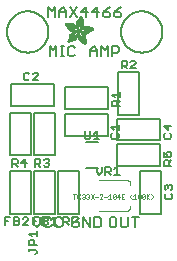
<source format=gbr>
G04 EAGLE Gerber RS-274X export*
G75*
%MOMM*%
%FSLAX34Y34*%
%LPD*%
%INSilkscreen Top*%
%IPPOS*%
%AMOC8*
5,1,8,0,0,1.08239X$1,22.5*%
G01*
%ADD10C,0.152400*%
%ADD11C,0.203200*%
%ADD12C,0.050000*%
%ADD13C,0.050800*%
%ADD14R,0.034300X0.003800*%
%ADD15R,0.057200X0.003800*%
%ADD16R,0.076200X0.003800*%
%ADD17R,0.091400X0.003800*%
%ADD18R,0.102900X0.003800*%
%ADD19R,0.114300X0.003900*%
%ADD20R,0.129500X0.003800*%
%ADD21R,0.137200X0.003800*%
%ADD22R,0.144800X0.003800*%
%ADD23R,0.152400X0.003800*%
%ADD24R,0.160000X0.003800*%
%ADD25R,0.171500X0.003800*%
%ADD26R,0.175300X0.003800*%
%ADD27R,0.182900X0.003800*%
%ADD28R,0.190500X0.003800*%
%ADD29R,0.194300X0.003900*%
%ADD30R,0.201900X0.003800*%
%ADD31R,0.209500X0.003800*%
%ADD32R,0.213400X0.003800*%
%ADD33R,0.221000X0.003800*%
%ADD34R,0.224800X0.003800*%
%ADD35R,0.232400X0.003800*%
%ADD36R,0.240000X0.003800*%
%ADD37R,0.243800X0.003800*%
%ADD38R,0.247600X0.003800*%
%ADD39R,0.255300X0.003900*%
%ADD40R,0.259100X0.003800*%
%ADD41R,0.262900X0.003800*%
%ADD42R,0.270500X0.003800*%
%ADD43R,0.274300X0.003800*%
%ADD44R,0.281900X0.003800*%
%ADD45R,0.285700X0.003800*%
%ADD46R,0.289500X0.003800*%
%ADD47R,0.297200X0.003800*%
%ADD48R,0.301000X0.003800*%
%ADD49R,0.304800X0.003900*%
%ADD50R,0.312400X0.003800*%
%ADD51R,0.316200X0.003800*%
%ADD52R,0.320000X0.003800*%
%ADD53R,0.327600X0.003800*%
%ADD54R,0.331500X0.003800*%
%ADD55R,0.339100X0.003800*%
%ADD56R,0.342900X0.003800*%
%ADD57R,0.346700X0.003800*%
%ADD58R,0.354300X0.003800*%
%ADD59R,0.358100X0.003900*%
%ADD60R,0.361900X0.003800*%
%ADD61R,0.369600X0.003800*%
%ADD62R,0.373400X0.003800*%
%ADD63R,0.377200X0.003800*%
%ADD64R,0.384800X0.003800*%
%ADD65R,0.388600X0.003800*%
%ADD66R,0.396200X0.003800*%
%ADD67R,0.400000X0.003800*%
%ADD68R,0.403800X0.003800*%
%ADD69R,0.411500X0.003900*%
%ADD70R,0.415300X0.003800*%
%ADD71R,0.419100X0.003800*%
%ADD72R,0.045700X0.003800*%
%ADD73R,0.426700X0.003800*%
%ADD74R,0.072400X0.003800*%
%ADD75R,0.430500X0.003800*%
%ADD76R,0.095300X0.003800*%
%ADD77R,0.438100X0.003800*%
%ADD78R,0.110500X0.003800*%
%ADD79R,0.441900X0.003800*%
%ADD80R,0.445800X0.003800*%
%ADD81R,0.144700X0.003800*%
%ADD82R,0.453400X0.003800*%
%ADD83R,0.457200X0.003800*%
%ADD84R,0.175300X0.003900*%
%ADD85R,0.461000X0.003900*%
%ADD86R,0.468600X0.003800*%
%ADD87R,0.205800X0.003800*%
%ADD88R,0.472400X0.003800*%
%ADD89R,0.217200X0.003800*%
%ADD90R,0.476200X0.003800*%
%ADD91R,0.483900X0.003800*%
%ADD92R,0.247700X0.003800*%
%ADD93R,0.487700X0.003800*%
%ADD94R,0.495300X0.003800*%
%ADD95R,0.499100X0.003800*%
%ADD96R,0.502900X0.003800*%
%ADD97R,0.510500X0.003800*%
%ADD98R,0.308600X0.003900*%
%ADD99R,0.514300X0.003900*%
%ADD100R,0.323800X0.003800*%
%ADD101R,0.518100X0.003800*%
%ADD102R,0.335300X0.003800*%
%ADD103R,0.525800X0.003800*%
%ADD104R,0.529600X0.003800*%
%ADD105R,0.358100X0.003800*%
%ADD106R,0.533400X0.003800*%
%ADD107R,0.537200X0.003800*%
%ADD108R,0.381000X0.003800*%
%ADD109R,0.544800X0.003800*%
%ADD110R,0.392400X0.003800*%
%ADD111R,0.548600X0.003800*%
%ADD112R,0.552400X0.003800*%
%ADD113R,0.556200X0.003800*%
%ADD114R,0.422900X0.003900*%
%ADD115R,0.560100X0.003900*%
%ADD116R,0.434300X0.003800*%
%ADD117R,0.563900X0.003800*%
%ADD118R,0.567700X0.003800*%
%ADD119R,0.461000X0.003800*%
%ADD120R,0.571500X0.003800*%
%ADD121R,0.575300X0.003800*%
%ADD122R,0.480100X0.003800*%
%ADD123R,0.579100X0.003800*%
%ADD124R,0.491500X0.003800*%
%ADD125R,0.582900X0.003800*%
%ADD126R,0.586700X0.003800*%
%ADD127R,0.510600X0.003800*%
%ADD128R,0.590500X0.003800*%
%ADD129R,0.522000X0.003800*%
%ADD130R,0.594300X0.003800*%
%ADD131R,0.533400X0.003900*%
%ADD132R,0.598200X0.003900*%
%ADD133R,0.541000X0.003800*%
%ADD134R,0.602000X0.003800*%
%ADD135R,0.552500X0.003800*%
%ADD136R,0.605800X0.003800*%
%ADD137R,0.560100X0.003800*%
%ADD138R,0.609600X0.003800*%
%ADD139R,0.613400X0.003800*%
%ADD140R,0.583000X0.003800*%
%ADD141R,0.617200X0.003800*%
%ADD142R,0.594400X0.003800*%
%ADD143R,0.621000X0.003800*%
%ADD144R,0.598200X0.003800*%
%ADD145R,0.624800X0.003800*%
%ADD146R,0.613500X0.003900*%
%ADD147R,0.628600X0.003900*%
%ADD148R,0.632400X0.003800*%
%ADD149R,0.628600X0.003800*%
%ADD150R,0.636300X0.003800*%
%ADD151R,0.640100X0.003800*%
%ADD152R,0.636200X0.003800*%
%ADD153R,0.643900X0.003800*%
%ADD154R,0.647700X0.003800*%
%ADD155R,0.651500X0.003800*%
%ADD156R,0.659100X0.003800*%
%ADD157R,0.659100X0.003900*%
%ADD158R,0.655300X0.003900*%
%ADD159R,0.662900X0.003800*%
%ADD160R,0.655300X0.003800*%
%ADD161R,0.670500X0.003800*%
%ADD162R,0.670600X0.003800*%
%ADD163R,0.674400X0.003800*%
%ADD164R,0.682000X0.003800*%
%ADD165R,0.666700X0.003800*%
%ADD166R,0.685800X0.003800*%
%ADD167R,0.689600X0.003800*%
%ADD168R,0.693400X0.003900*%
%ADD169R,0.674400X0.003900*%
%ADD170R,0.697200X0.003800*%
%ADD171R,0.678200X0.003800*%
%ADD172R,0.697300X0.003800*%
%ADD173R,0.701100X0.003800*%
%ADD174R,0.704900X0.003800*%
%ADD175R,0.708700X0.003800*%
%ADD176R,0.712500X0.003800*%
%ADD177R,0.716300X0.003800*%
%ADD178R,0.720100X0.003900*%
%ADD179R,0.689600X0.003900*%
%ADD180R,0.720000X0.003800*%
%ADD181R,0.693400X0.003800*%
%ADD182R,0.723900X0.003800*%
%ADD183R,0.727700X0.003800*%
%ADD184R,0.731500X0.003800*%
%ADD185R,0.701000X0.003800*%
%ADD186R,0.735300X0.003800*%
%ADD187R,0.731500X0.003900*%
%ADD188R,0.701000X0.003900*%
%ADD189R,0.704800X0.003800*%
%ADD190R,0.739100X0.003800*%
%ADD191R,0.743000X0.003800*%
%ADD192R,0.739200X0.003800*%
%ADD193R,0.743000X0.003900*%
%ADD194R,0.704800X0.003900*%
%ADD195R,0.746800X0.003800*%
%ADD196R,0.746800X0.003900*%
%ADD197R,0.742900X0.003800*%
%ADD198R,0.746700X0.003800*%
%ADD199R,0.746700X0.003900*%
%ADD200R,1.428800X0.003800*%
%ADD201R,1.424900X0.003800*%
%ADD202R,1.421100X0.003900*%
%ADD203R,1.421100X0.003800*%
%ADD204R,1.417300X0.003800*%
%ADD205R,1.413500X0.003800*%
%ADD206R,1.409700X0.003800*%
%ADD207R,1.405900X0.003800*%
%ADD208R,1.402100X0.003800*%
%ADD209R,1.398300X0.003800*%
%ADD210R,0.983000X0.003900*%
%ADD211R,0.384800X0.003900*%
%ADD212R,0.971600X0.003800*%
%ADD213R,0.963900X0.003800*%
%ADD214R,0.956300X0.003800*%
%ADD215R,0.365800X0.003800*%
%ADD216R,0.952500X0.003800*%
%ADD217R,0.941000X0.003800*%
%ADD218R,0.358200X0.003800*%
%ADD219R,0.937200X0.003800*%
%ADD220R,0.933400X0.003800*%
%ADD221R,0.354400X0.003800*%
%ADD222R,0.925800X0.003800*%
%ADD223R,0.350500X0.003800*%
%ADD224R,0.922000X0.003800*%
%ADD225R,0.918200X0.003900*%
%ADD226R,0.346700X0.003900*%
%ADD227R,0.910600X0.003800*%
%ADD228R,0.906800X0.003800*%
%ADD229R,0.903000X0.003800*%
%ADD230R,0.339000X0.003800*%
%ADD231R,0.895300X0.003800*%
%ADD232R,0.335200X0.003800*%
%ADD233R,0.887700X0.003800*%
%ADD234R,0.883900X0.003800*%
%ADD235R,0.331400X0.003800*%
%ADD236R,0.880100X0.003800*%
%ADD237R,0.876300X0.003800*%
%ADD238R,0.468600X0.003900*%
%ADD239R,0.396200X0.003900*%
%ADD240R,0.323800X0.003900*%
%ADD241R,0.449600X0.003800*%
%ADD242R,0.323900X0.003800*%
%ADD243R,0.442000X0.003800*%
%ADD244R,0.434400X0.003800*%
%ADD245R,0.320100X0.003800*%
%ADD246R,0.316300X0.003800*%
%ADD247R,0.426800X0.003800*%
%ADD248R,0.327700X0.003800*%
%ADD249R,0.312500X0.003800*%
%ADD250R,0.422900X0.003800*%
%ADD251R,0.308600X0.003800*%
%ADD252R,0.293400X0.003800*%
%ADD253R,0.304800X0.003800*%
%ADD254R,0.419100X0.003900*%
%ADD255R,0.285700X0.003900*%
%ADD256R,0.301000X0.003900*%
%ADD257R,0.411500X0.003800*%
%ADD258R,0.407700X0.003800*%
%ADD259R,0.289600X0.003800*%
%ADD260R,0.285800X0.003800*%
%ADD261R,0.403900X0.003800*%
%ADD262R,0.228600X0.003800*%
%ADD263R,0.403900X0.003900*%
%ADD264R,0.221000X0.003900*%
%ADD265R,0.278100X0.003900*%
%ADD266R,0.400100X0.003800*%
%ADD267R,0.209600X0.003800*%
%ADD268R,0.266700X0.003800*%
%ADD269R,0.038100X0.003800*%
%ADD270R,0.194300X0.003800*%
%ADD271R,0.148600X0.003800*%
%ADD272R,0.259000X0.003800*%
%ADD273R,0.182800X0.003800*%
%ADD274R,0.186700X0.003800*%
%ADD275R,0.251400X0.003800*%
%ADD276R,0.179100X0.003800*%
%ADD277R,0.236200X0.003800*%
%ADD278R,0.243900X0.003900*%
%ADD279R,0.282000X0.003900*%
%ADD280R,0.167700X0.003800*%
%ADD281R,0.236300X0.003800*%
%ADD282R,0.396300X0.003800*%
%ADD283R,0.163900X0.003800*%
%ADD284R,0.392500X0.003800*%
%ADD285R,0.160100X0.003800*%
%ADD286R,0.586800X0.003800*%
%ADD287R,0.148500X0.003800*%
%ADD288R,0.140900X0.003800*%
%ADD289R,0.392400X0.003900*%
%ADD290R,0.140900X0.003900*%
%ADD291R,0.647700X0.003900*%
%ADD292R,0.133300X0.003800*%
%ADD293R,0.674300X0.003800*%
%ADD294R,0.388700X0.003800*%
%ADD295R,0.125700X0.003800*%
%ADD296R,0.121900X0.003800*%
%ADD297R,0.720100X0.003800*%
%ADD298R,0.118100X0.003800*%
%ADD299R,0.118100X0.003900*%
%ADD300R,0.739100X0.003900*%
%ADD301R,0.114300X0.003800*%
%ADD302R,0.754400X0.003800*%
%ADD303R,0.765800X0.003800*%
%ADD304R,0.773400X0.003800*%
%ADD305R,0.784800X0.003800*%
%ADD306R,0.118200X0.003800*%
%ADD307R,0.792500X0.003800*%
%ADD308R,0.803900X0.003800*%
%ADD309R,0.122000X0.003800*%
%ADD310R,0.815400X0.003800*%
%ADD311R,0.125800X0.003800*%
%ADD312R,0.826800X0.003800*%
%ADD313R,0.369500X0.003900*%
%ADD314R,0.133400X0.003900*%
%ADD315R,0.842000X0.003900*%
%ADD316R,0.365700X0.003800*%
%ADD317R,1.009700X0.003800*%
%ADD318R,1.013500X0.003800*%
%ADD319R,0.362000X0.003800*%
%ADD320R,1.024900X0.003800*%
%ADD321R,1.028700X0.003800*%
%ADD322R,1.036300X0.003800*%
%ADD323R,1.047800X0.003800*%
%ADD324R,1.055400X0.003800*%
%ADD325R,1.070600X0.003800*%
%ADD326R,0.030500X0.003800*%
%ADD327R,1.436400X0.003800*%
%ADD328R,1.562100X0.003900*%
%ADD329R,1.588700X0.003800*%
%ADD330R,1.607800X0.003800*%
%ADD331R,1.626900X0.003800*%
%ADD332R,1.642100X0.003800*%
%ADD333R,1.657400X0.003800*%
%ADD334R,1.676400X0.003800*%
%ADD335R,1.687800X0.003800*%
%ADD336R,1.703000X0.003800*%
%ADD337R,1.714500X0.003800*%
%ADD338R,1.726000X0.003900*%
%ADD339R,1.741200X0.003800*%
%ADD340R,0.914400X0.003800*%
%ADD341R,0.769600X0.003800*%
%ADD342R,0.884000X0.003800*%
%ADD343R,0.712400X0.003800*%
%ADD344R,0.880100X0.003900*%
%ADD345R,0.887800X0.003800*%
%ADD346R,0.891600X0.003800*%
%ADD347R,0.895400X0.003800*%
%ADD348R,0.251500X0.003800*%
%ADD349R,0.579200X0.003900*%
%ADD350R,0.243900X0.003800*%
%ADD351R,0.556300X0.003800*%
%ADD352R,0.255200X0.003800*%
%ADD353R,0.529500X0.003800*%
%ADD354R,0.731600X0.003800*%
%ADD355R,0.525800X0.003900*%
%ADD356R,0.281900X0.003900*%
%ADD357R,0.735400X0.003900*%
%ADD358R,0.300900X0.003800*%
%ADD359R,0.762000X0.003800*%
%ADD360R,0.518200X0.003800*%
%ADD361R,0.350600X0.003800*%
%ADD362R,0.796300X0.003800*%
%ADD363R,0.807800X0.003800*%
%ADD364R,0.506700X0.003800*%
%ADD365R,0.849600X0.003800*%
%ADD366R,0.506700X0.003900*%
%ADD367R,1.371600X0.003900*%
%ADD368R,1.207800X0.003800*%
%ADD369R,0.503000X0.003800*%
%ADD370R,0.141000X0.003800*%
%ADD371R,1.203900X0.003800*%
%ADD372R,1.204000X0.003800*%
%ADD373R,1.200200X0.003800*%
%ADD374R,0.499100X0.003900*%
%ADD375R,0.156200X0.003900*%
%ADD376R,1.196400X0.003900*%
%ADD377R,1.196400X0.003800*%
%ADD378R,0.163800X0.003800*%
%ADD379R,0.167600X0.003800*%
%ADD380R,1.192500X0.003800*%
%ADD381R,0.499200X0.003800*%
%ADD382R,1.188700X0.003800*%
%ADD383R,0.506800X0.003800*%
%ADD384R,1.184900X0.003800*%
%ADD385R,0.510600X0.003900*%
%ADD386R,0.209600X0.003900*%
%ADD387R,1.181100X0.003900*%
%ADD388R,0.514400X0.003800*%
%ADD389R,1.181100X0.003800*%
%ADD390R,1.177300X0.003800*%
%ADD391R,0.240100X0.003800*%
%ADD392R,1.173500X0.003800*%
%ADD393R,1.169700X0.003800*%
%ADD394R,1.165900X0.003800*%
%ADD395R,1.162100X0.003800*%
%ADD396R,0.929700X0.003900*%
%ADD397R,1.162100X0.003900*%
%ADD398R,0.929700X0.003800*%
%ADD399R,1.154500X0.003800*%
%ADD400R,0.933500X0.003800*%
%ADD401R,1.150600X0.003800*%
%ADD402R,0.937300X0.003800*%
%ADD403R,1.146800X0.003800*%
%ADD404R,0.941100X0.003800*%
%ADD405R,1.139200X0.003800*%
%ADD406R,0.944900X0.003800*%
%ADD407R,1.135400X0.003800*%
%ADD408R,0.948700X0.003800*%
%ADD409R,1.127800X0.003800*%
%ADD410R,1.124000X0.003800*%
%ADD411R,1.116400X0.003800*%
%ADD412R,0.956300X0.003900*%
%ADD413R,1.104900X0.003900*%
%ADD414R,0.960100X0.003800*%
%ADD415R,1.093500X0.003800*%
%ADD416R,1.085900X0.003800*%
%ADD417R,0.967800X0.003800*%
%ADD418R,1.074500X0.003800*%
%ADD419R,1.063000X0.003800*%
%ADD420R,0.975400X0.003800*%
%ADD421R,1.036400X0.003800*%
%ADD422R,0.979200X0.003800*%
%ADD423R,1.021000X0.003800*%
%ADD424R,0.983000X0.003800*%
%ADD425R,1.009600X0.003800*%
%ADD426R,0.986800X0.003800*%
%ADD427R,0.998200X0.003800*%
%ADD428R,0.990600X0.003900*%
%ADD429R,0.986700X0.003900*%
%ADD430R,0.994400X0.003800*%
%ADD431R,0.975300X0.003800*%
%ADD432R,0.948600X0.003800*%
%ADD433R,1.002000X0.003800*%
%ADD434R,0.213300X0.003800*%
%ADD435R,0.217100X0.003800*%
%ADD436R,1.017300X0.003800*%
%ADD437R,0.666800X0.003800*%
%ADD438R,0.220900X0.003800*%
%ADD439R,1.028700X0.003900*%
%ADD440R,0.224700X0.003900*%
%ADD441R,1.032500X0.003800*%
%ADD442R,1.040100X0.003800*%
%ADD443R,1.043900X0.003800*%
%ADD444R,0.548700X0.003800*%
%ADD445R,1.051500X0.003800*%
%ADD446R,1.055300X0.003800*%
%ADD447R,1.059100X0.003800*%
%ADD448R,1.062900X0.003800*%
%ADD449R,0.255300X0.003800*%
%ADD450R,1.066800X0.003900*%
%ADD451R,0.259100X0.003900*%
%ADD452R,0.457200X0.003900*%
%ADD453R,0.423000X0.003800*%
%ADD454R,1.082100X0.003800*%
%ADD455R,0.274400X0.003800*%
%ADD456R,0.278200X0.003800*%
%ADD457R,1.101100X0.003800*%
%ADD458R,0.278100X0.003800*%
%ADD459R,0.876300X0.003900*%
%ADD460R,0.236200X0.003900*%
%ADD461R,0.289600X0.003900*%
%ADD462R,0.247700X0.003900*%
%ADD463R,0.049500X0.003800*%
%ADD464R,0.640100X0.003900*%
%ADD465R,0.659200X0.003800*%
%ADD466R,0.663000X0.003800*%
%ADD467R,0.872500X0.003900*%
%ADD468R,0.666800X0.003900*%
%ADD469R,0.872500X0.003800*%
%ADD470R,0.868700X0.003800*%
%ADD471R,0.864900X0.003800*%
%ADD472R,0.861100X0.003800*%
%ADD473R,0.857300X0.003800*%
%ADD474R,0.853400X0.003800*%
%ADD475R,0.845800X0.003800*%
%ADD476R,0.682000X0.003900*%
%ADD477R,0.842000X0.003800*%
%ADD478R,0.834400X0.003800*%
%ADD479R,0.823000X0.003800*%
%ADD480R,0.815300X0.003800*%
%ADD481R,0.811500X0.003800*%
%ADD482R,0.788700X0.003800*%
%ADD483R,0.777300X0.003900*%
%ADD484R,0.750600X0.003800*%
%ADD485R,0.735400X0.003800*%
%ADD486R,0.727800X0.003800*%
%ADD487R,0.628700X0.003800*%
%ADD488R,0.575400X0.003800*%
%ADD489R,0.670600X0.003900*%
%ADD490R,0.655400X0.003800*%
%ADD491R,0.651500X0.003900*%
%ADD492R,0.624800X0.003900*%
%ADD493R,0.594400X0.003900*%
%ADD494R,0.563900X0.003900*%
%ADD495R,0.541100X0.003800*%
%ADD496R,0.537300X0.003800*%
%ADD497R,0.525700X0.003800*%
%ADD498R,0.525700X0.003900*%
%ADD499R,0.514300X0.003800*%
%ADD500R,0.480100X0.003900*%
%ADD501R,0.464800X0.003800*%
%ADD502R,0.442000X0.003900*%
%ADD503R,0.438200X0.003800*%
%ADD504R,0.430600X0.003800*%
%ADD505R,0.407600X0.003800*%
%ADD506R,0.403800X0.003900*%
%ADD507R,0.365700X0.003900*%
%ADD508R,0.327700X0.003900*%
%ADD509R,0.243800X0.003900*%
%ADD510R,0.205800X0.003900*%
%ADD511R,0.198100X0.003800*%
%ADD512R,0.163800X0.003900*%
%ADD513R,0.137100X0.003800*%
%ADD514R,0.091500X0.003900*%
%ADD515R,0.060900X0.003800*%


D10*
X26162Y36075D02*
X26162Y30313D01*
X29043Y27432D01*
X31924Y30313D01*
X31924Y36075D01*
X39839Y36075D02*
X41279Y34635D01*
X39839Y36075D02*
X36958Y36075D01*
X35517Y34635D01*
X35517Y28873D01*
X36958Y27432D01*
X39839Y27432D01*
X41279Y28873D01*
X49194Y36075D02*
X50635Y34635D01*
X49194Y36075D02*
X46313Y36075D01*
X44872Y34635D01*
X44872Y28873D01*
X46313Y27432D01*
X49194Y27432D01*
X50635Y28873D01*
X63504Y36075D02*
X64944Y34635D01*
X63504Y36075D02*
X60623Y36075D01*
X59182Y34635D01*
X59182Y28873D01*
X60623Y27432D01*
X63504Y27432D01*
X64944Y28873D01*
X64944Y31754D01*
X62063Y31754D01*
X68537Y36075D02*
X68537Y27432D01*
X74299Y27432D02*
X68537Y36075D01*
X74299Y36075D02*
X74299Y27432D01*
X77892Y27432D02*
X77892Y36075D01*
X77892Y27432D02*
X82214Y27432D01*
X83655Y28873D01*
X83655Y34635D01*
X82214Y36075D01*
X77892Y36075D01*
X92373Y36075D02*
X95254Y36075D01*
X92373Y36075D02*
X90932Y34635D01*
X90932Y28873D01*
X92373Y27432D01*
X95254Y27432D01*
X96694Y28873D01*
X96694Y34635D01*
X95254Y36075D01*
X100287Y36075D02*
X100287Y28873D01*
X101728Y27432D01*
X104609Y27432D01*
X106049Y28873D01*
X106049Y36075D01*
X112524Y36075D02*
X112524Y27432D01*
X109642Y36075D02*
X115405Y36075D01*
X38862Y205232D02*
X38862Y213875D01*
X41743Y210994D01*
X44624Y213875D01*
X44624Y205232D01*
X48217Y205232D02*
X48217Y210994D01*
X51098Y213875D01*
X53979Y210994D01*
X53979Y205232D01*
X53979Y209554D02*
X48217Y209554D01*
X57572Y213875D02*
X63335Y205232D01*
X57572Y205232D02*
X63335Y213875D01*
X71249Y213875D02*
X71249Y205232D01*
X66928Y209554D02*
X71249Y213875D01*
X72690Y209554D02*
X66928Y209554D01*
X80604Y205232D02*
X80604Y213875D01*
X76283Y209554D01*
X82045Y209554D01*
X88519Y212435D02*
X91400Y213875D01*
X88519Y212435D02*
X85638Y209554D01*
X85638Y206673D01*
X87079Y205232D01*
X89960Y205232D01*
X91400Y206673D01*
X91400Y208113D01*
X89960Y209554D01*
X85638Y209554D01*
X97874Y212435D02*
X100755Y213875D01*
X97874Y212435D02*
X94993Y209554D01*
X94993Y206673D01*
X96434Y205232D01*
X99315Y205232D01*
X100755Y206673D01*
X100755Y208113D01*
X99315Y209554D01*
X94993Y209554D01*
X40132Y180855D02*
X40132Y172212D01*
X43013Y177974D02*
X40132Y180855D01*
X43013Y177974D02*
X45894Y180855D01*
X45894Y172212D01*
X49487Y172212D02*
X52368Y172212D01*
X50928Y172212D02*
X50928Y180855D01*
X52368Y180855D02*
X49487Y180855D01*
X60046Y180855D02*
X61486Y179415D01*
X60046Y180855D02*
X57165Y180855D01*
X55724Y179415D01*
X55724Y173653D01*
X57165Y172212D01*
X60046Y172212D01*
X61486Y173653D01*
X74434Y172212D02*
X74434Y177974D01*
X77315Y180855D01*
X80197Y177974D01*
X80197Y172212D01*
X80197Y176534D02*
X74434Y176534D01*
X83790Y180855D02*
X83790Y172212D01*
X86671Y177974D02*
X83790Y180855D01*
X86671Y177974D02*
X89552Y180855D01*
X89552Y172212D01*
X93145Y172212D02*
X93145Y180855D01*
X97466Y180855D01*
X98907Y179415D01*
X98907Y176534D01*
X97466Y175093D01*
X93145Y175093D01*
D11*
X81200Y77900D02*
X71200Y77900D01*
X71200Y99900D02*
X81200Y99900D01*
D10*
X70184Y103426D02*
X70184Y108934D01*
X70184Y103426D02*
X71285Y102324D01*
X73489Y102324D01*
X74590Y103426D01*
X74590Y108934D01*
X77668Y106730D02*
X79871Y108934D01*
X79871Y102324D01*
X77668Y102324D02*
X82074Y102324D01*
D11*
X44560Y75150D02*
X26560Y75150D01*
X44560Y75150D02*
X44560Y39150D01*
X26560Y39150D01*
X26560Y75150D01*
D10*
X26570Y36074D02*
X26570Y29464D01*
X26570Y36074D02*
X30976Y36074D01*
X28773Y32769D02*
X26570Y32769D01*
X34054Y29464D02*
X34054Y36074D01*
X37359Y36074D01*
X38460Y34972D01*
X38460Y33870D01*
X37359Y32769D01*
X38460Y31667D01*
X38460Y30566D01*
X37359Y29464D01*
X34054Y29464D01*
X34054Y32769D02*
X37359Y32769D01*
X41538Y33870D02*
X43741Y36074D01*
X43741Y29464D01*
X41538Y29464D02*
X45944Y29464D01*
D11*
X24240Y39150D02*
X6240Y39150D01*
X6240Y75150D01*
X24240Y75150D01*
X24240Y39150D01*
D10*
X2440Y36074D02*
X2440Y29464D01*
X2440Y36074D02*
X6846Y36074D01*
X4643Y32769D02*
X2440Y32769D01*
X9924Y29464D02*
X9924Y36074D01*
X13229Y36074D01*
X14330Y34972D01*
X14330Y33870D01*
X13229Y32769D01*
X14330Y31667D01*
X14330Y30566D01*
X13229Y29464D01*
X9924Y29464D01*
X9924Y32769D02*
X13229Y32769D01*
X17408Y29464D02*
X21814Y29464D01*
X17408Y29464D02*
X21814Y33870D01*
X21814Y34972D01*
X20713Y36074D01*
X18509Y36074D01*
X17408Y34972D01*
D11*
X89120Y128160D02*
X89120Y146160D01*
X89120Y128160D02*
X53120Y128160D01*
X53120Y146160D01*
X89120Y146160D01*
D10*
X92958Y130302D02*
X99568Y130302D01*
X92958Y130302D02*
X92958Y133607D01*
X94060Y134708D01*
X96263Y134708D01*
X97365Y133607D01*
X97365Y130302D01*
X97365Y132505D02*
X99568Y134708D01*
X95162Y137786D02*
X92958Y139989D01*
X99568Y139989D01*
X99568Y137786D02*
X99568Y142193D01*
D11*
X97680Y122970D02*
X115680Y122970D01*
X97680Y122970D02*
X97680Y158970D01*
X115680Y158970D01*
X115680Y122970D01*
D10*
X101092Y162052D02*
X101092Y168662D01*
X104397Y168662D01*
X105498Y167560D01*
X105498Y165357D01*
X104397Y164255D01*
X101092Y164255D01*
X103295Y164255D02*
X105498Y162052D01*
X108576Y162052D02*
X112983Y162052D01*
X112983Y166458D02*
X108576Y162052D01*
X112983Y166458D02*
X112983Y167560D01*
X111881Y168662D01*
X109678Y168662D01*
X108576Y167560D01*
D11*
X53120Y123300D02*
X53120Y105300D01*
X53120Y123300D02*
X89120Y123300D01*
X89120Y105300D01*
X53120Y105300D01*
D10*
X92196Y105939D02*
X93298Y107040D01*
X92196Y105939D02*
X92196Y103735D01*
X93298Y102634D01*
X97704Y102634D01*
X98806Y103735D01*
X98806Y105939D01*
X97704Y107040D01*
X94400Y110118D02*
X92196Y112321D01*
X98806Y112321D01*
X98806Y110118D02*
X98806Y114524D01*
D11*
X7400Y130700D02*
X7400Y148700D01*
X43400Y148700D01*
X43400Y130700D01*
X7400Y130700D01*
D10*
X22948Y157400D02*
X21847Y158502D01*
X19644Y158502D01*
X18542Y157400D01*
X18542Y152994D01*
X19644Y151892D01*
X21847Y151892D01*
X22948Y152994D01*
X26026Y151892D02*
X30433Y151892D01*
X30433Y156298D02*
X26026Y151892D01*
X30433Y156298D02*
X30433Y157400D01*
X29331Y158502D01*
X27128Y158502D01*
X26026Y157400D01*
D11*
X97570Y97900D02*
X97570Y79900D01*
X97570Y97900D02*
X133570Y97900D01*
X133570Y79900D01*
X97570Y79900D01*
D10*
X136646Y79774D02*
X143256Y79774D01*
X136646Y79774D02*
X136646Y83079D01*
X137748Y84180D01*
X139951Y84180D01*
X141053Y83079D01*
X141053Y79774D01*
X141053Y81977D02*
X143256Y84180D01*
X136646Y87258D02*
X136646Y91664D01*
X136646Y87258D02*
X139951Y87258D01*
X138850Y89461D01*
X138850Y90563D01*
X139951Y91664D01*
X142154Y91664D01*
X143256Y90563D01*
X143256Y88359D01*
X142154Y87258D01*
D11*
X44560Y124680D02*
X26560Y124680D01*
X44560Y124680D02*
X44560Y88680D01*
X26560Y88680D01*
X26560Y124680D01*
D10*
X27704Y85604D02*
X27704Y78994D01*
X27704Y85604D02*
X31009Y85604D01*
X32110Y84502D01*
X32110Y82299D01*
X31009Y81197D01*
X27704Y81197D01*
X29907Y81197D02*
X32110Y78994D01*
X35188Y84502D02*
X36289Y85604D01*
X38493Y85604D01*
X39594Y84502D01*
X39594Y83400D01*
X38493Y82299D01*
X37391Y82299D01*
X38493Y82299D02*
X39594Y81197D01*
X39594Y80096D01*
X38493Y78994D01*
X36289Y78994D01*
X35188Y80096D01*
D11*
X24240Y88680D02*
X6240Y88680D01*
X6240Y124680D01*
X24240Y124680D01*
X24240Y88680D01*
D10*
X8654Y85604D02*
X8654Y78994D01*
X8654Y85604D02*
X11959Y85604D01*
X13060Y84502D01*
X13060Y82299D01*
X11959Y81197D01*
X8654Y81197D01*
X10857Y81197D02*
X13060Y78994D01*
X19443Y78994D02*
X19443Y85604D01*
X16138Y82299D01*
X20544Y82299D01*
D11*
X116730Y75150D02*
X134730Y75150D01*
X134730Y39150D01*
X116730Y39150D01*
X116730Y75150D01*
D10*
X137408Y54867D02*
X138510Y55968D01*
X137408Y54867D02*
X137408Y52664D01*
X138510Y51562D01*
X142916Y51562D01*
X144018Y52664D01*
X144018Y54867D01*
X142916Y55968D01*
X138510Y59046D02*
X137408Y60148D01*
X137408Y62351D01*
X138510Y63453D01*
X139612Y63453D01*
X140713Y62351D01*
X140713Y61249D01*
X140713Y62351D02*
X141815Y63453D01*
X142916Y63453D01*
X144018Y62351D01*
X144018Y60148D01*
X142916Y59046D01*
D12*
X108210Y63610D02*
X108210Y66310D01*
X108131Y66312D01*
X108053Y66318D01*
X107975Y66327D01*
X107898Y66341D01*
X107821Y66358D01*
X107746Y66379D01*
X107671Y66404D01*
X107598Y66432D01*
X107526Y66464D01*
X107456Y66499D01*
X107387Y66538D01*
X107321Y66580D01*
X107257Y66625D01*
X107195Y66673D01*
X107136Y66724D01*
X107079Y66779D01*
X107024Y66836D01*
X106973Y66895D01*
X106925Y66957D01*
X106880Y67021D01*
X106838Y67087D01*
X106799Y67156D01*
X106764Y67226D01*
X106732Y67298D01*
X106704Y67371D01*
X106679Y67446D01*
X106658Y67521D01*
X106641Y67598D01*
X106627Y67675D01*
X106618Y67753D01*
X106612Y67831D01*
X106610Y67910D01*
X81710Y68010D01*
X108310Y45610D02*
X108310Y43110D01*
X108234Y43108D01*
X108158Y43102D01*
X108083Y43093D01*
X108008Y43079D01*
X107934Y43062D01*
X107861Y43041D01*
X107789Y43017D01*
X107718Y42988D01*
X107649Y42957D01*
X107582Y42922D01*
X107517Y42883D01*
X107453Y42841D01*
X107392Y42796D01*
X107333Y42748D01*
X107277Y42697D01*
X107223Y42643D01*
X107172Y42587D01*
X107124Y42528D01*
X107079Y42467D01*
X107037Y42403D01*
X106998Y42338D01*
X106963Y42271D01*
X106932Y42202D01*
X106903Y42131D01*
X106879Y42059D01*
X106858Y41986D01*
X106841Y41912D01*
X106827Y41837D01*
X106818Y41762D01*
X106812Y41686D01*
X106810Y41610D01*
X81810Y41510D01*
D10*
X79920Y74407D02*
X79920Y78814D01*
X79920Y74407D02*
X82123Y72204D01*
X84326Y74407D01*
X84326Y78814D01*
X87404Y78814D02*
X87404Y72204D01*
X87404Y78814D02*
X90709Y78814D01*
X91810Y77712D01*
X91810Y75509D01*
X90709Y74407D01*
X87404Y74407D01*
X89607Y74407D02*
X91810Y72204D01*
X94888Y76610D02*
X97091Y78814D01*
X97091Y72204D01*
X94888Y72204D02*
X99294Y72204D01*
D13*
X61116Y55369D02*
X61116Y51810D01*
X59929Y55369D02*
X62302Y55369D01*
X65451Y55369D02*
X66044Y54776D01*
X65451Y55369D02*
X64264Y55369D01*
X63671Y54776D01*
X63671Y52403D01*
X64264Y51810D01*
X65451Y51810D01*
X66044Y52403D01*
X67413Y54776D02*
X68007Y55369D01*
X69193Y55369D01*
X69786Y54776D01*
X69786Y54183D01*
X69193Y53590D01*
X68600Y53590D01*
X69193Y53590D02*
X69786Y52996D01*
X69786Y52403D01*
X69193Y51810D01*
X68007Y51810D01*
X67413Y52403D01*
X71155Y54776D02*
X71749Y55369D01*
X72935Y55369D01*
X73528Y54776D01*
X73528Y54183D01*
X72935Y53590D01*
X72342Y53590D01*
X72935Y53590D02*
X73528Y52996D01*
X73528Y52403D01*
X72935Y51810D01*
X71749Y51810D01*
X71155Y52403D01*
X74898Y55369D02*
X77270Y51810D01*
X74898Y51810D02*
X77270Y55369D01*
X78640Y53590D02*
X81012Y53590D01*
X82382Y51810D02*
X84754Y51810D01*
X82382Y51810D02*
X84754Y54183D01*
X84754Y54776D01*
X84161Y55369D01*
X82975Y55369D01*
X82382Y54776D01*
X86124Y53590D02*
X88496Y53590D01*
X89866Y54183D02*
X91052Y55369D01*
X91052Y51810D01*
X89866Y51810D02*
X92238Y51810D01*
X93608Y52403D02*
X93608Y54776D01*
X94201Y55369D01*
X95387Y55369D01*
X95981Y54776D01*
X95981Y52403D01*
X95387Y51810D01*
X94201Y51810D01*
X93608Y52403D01*
X95981Y54776D01*
X99129Y55369D02*
X99129Y51810D01*
X97350Y53590D02*
X99129Y55369D01*
X99723Y53590D02*
X97350Y53590D01*
X101092Y55369D02*
X103465Y55369D01*
X101092Y55369D02*
X101092Y51810D01*
X103465Y51810D01*
X102278Y53590D02*
X101092Y53590D01*
X108576Y52996D02*
X109762Y51810D01*
X108576Y52996D02*
X108576Y54183D01*
X109762Y55369D01*
X111071Y54183D02*
X112257Y55369D01*
X112257Y51810D01*
X111071Y51810D02*
X113443Y51810D01*
X114813Y52403D02*
X114813Y54776D01*
X115406Y55369D01*
X116592Y55369D01*
X117186Y54776D01*
X117186Y52403D01*
X116592Y51810D01*
X115406Y51810D01*
X114813Y52403D01*
X117186Y54776D01*
X118555Y54776D02*
X118555Y52403D01*
X118555Y54776D02*
X119148Y55369D01*
X120334Y55369D01*
X120928Y54776D01*
X120928Y52403D01*
X120334Y51810D01*
X119148Y51810D01*
X118555Y52403D01*
X120928Y54776D01*
X122297Y55369D02*
X122297Y51810D01*
X122297Y52996D02*
X124670Y55369D01*
X122890Y53590D02*
X124670Y51810D01*
X126039Y51810D02*
X127225Y52996D01*
X127225Y54183D01*
X126039Y55369D01*
D11*
X64880Y39150D02*
X46880Y39150D01*
X46880Y75150D01*
X64880Y75150D01*
X64880Y39150D01*
D10*
X51834Y36074D02*
X51834Y29464D01*
X51834Y36074D02*
X55139Y36074D01*
X56240Y34972D01*
X56240Y32769D01*
X55139Y31667D01*
X51834Y31667D01*
X54037Y31667D02*
X56240Y29464D01*
X59318Y36074D02*
X63724Y36074D01*
X63724Y34972D01*
X59318Y30566D01*
X59318Y29464D01*
D11*
X97570Y101490D02*
X97570Y119490D01*
X133570Y119490D01*
X133570Y101490D01*
X97570Y101490D01*
D10*
X136646Y105939D02*
X137748Y107040D01*
X136646Y105939D02*
X136646Y103735D01*
X137748Y102634D01*
X142154Y102634D01*
X143256Y103735D01*
X143256Y105939D01*
X142154Y107040D01*
X143256Y113423D02*
X136646Y113423D01*
X139951Y110118D01*
X139951Y114524D01*
D11*
X4090Y193040D02*
X4095Y193469D01*
X4111Y193899D01*
X4137Y194327D01*
X4174Y194755D01*
X4222Y195182D01*
X4279Y195608D01*
X4348Y196032D01*
X4426Y196454D01*
X4515Y196874D01*
X4614Y197292D01*
X4724Y197707D01*
X4844Y198120D01*
X4973Y198529D01*
X5113Y198936D01*
X5263Y199338D01*
X5422Y199737D01*
X5591Y200132D01*
X5770Y200522D01*
X5959Y200908D01*
X6156Y201289D01*
X6363Y201666D01*
X6580Y202037D01*
X6805Y202402D01*
X7039Y202762D01*
X7282Y203117D01*
X7534Y203465D01*
X7794Y203807D01*
X8062Y204142D01*
X8339Y204471D01*
X8623Y204792D01*
X8916Y205107D01*
X9216Y205414D01*
X9523Y205714D01*
X9838Y206007D01*
X10159Y206291D01*
X10488Y206568D01*
X10823Y206836D01*
X11165Y207096D01*
X11513Y207348D01*
X11868Y207591D01*
X12228Y207825D01*
X12593Y208050D01*
X12964Y208267D01*
X13341Y208474D01*
X13722Y208671D01*
X14108Y208860D01*
X14498Y209039D01*
X14893Y209208D01*
X15292Y209367D01*
X15694Y209517D01*
X16101Y209657D01*
X16510Y209786D01*
X16923Y209906D01*
X17338Y210016D01*
X17756Y210115D01*
X18176Y210204D01*
X18598Y210282D01*
X19022Y210351D01*
X19448Y210408D01*
X19875Y210456D01*
X20303Y210493D01*
X20731Y210519D01*
X21161Y210535D01*
X21590Y210540D01*
X22019Y210535D01*
X22449Y210519D01*
X22877Y210493D01*
X23305Y210456D01*
X23732Y210408D01*
X24158Y210351D01*
X24582Y210282D01*
X25004Y210204D01*
X25424Y210115D01*
X25842Y210016D01*
X26257Y209906D01*
X26670Y209786D01*
X27079Y209657D01*
X27486Y209517D01*
X27888Y209367D01*
X28287Y209208D01*
X28682Y209039D01*
X29072Y208860D01*
X29458Y208671D01*
X29839Y208474D01*
X30216Y208267D01*
X30587Y208050D01*
X30952Y207825D01*
X31312Y207591D01*
X31667Y207348D01*
X32015Y207096D01*
X32357Y206836D01*
X32692Y206568D01*
X33021Y206291D01*
X33342Y206007D01*
X33657Y205714D01*
X33964Y205414D01*
X34264Y205107D01*
X34557Y204792D01*
X34841Y204471D01*
X35118Y204142D01*
X35386Y203807D01*
X35646Y203465D01*
X35898Y203117D01*
X36141Y202762D01*
X36375Y202402D01*
X36600Y202037D01*
X36817Y201666D01*
X37024Y201289D01*
X37221Y200908D01*
X37410Y200522D01*
X37589Y200132D01*
X37758Y199737D01*
X37917Y199338D01*
X38067Y198936D01*
X38207Y198529D01*
X38336Y198120D01*
X38456Y197707D01*
X38566Y197292D01*
X38665Y196874D01*
X38754Y196454D01*
X38832Y196032D01*
X38901Y195608D01*
X38958Y195182D01*
X39006Y194755D01*
X39043Y194327D01*
X39069Y193899D01*
X39085Y193469D01*
X39090Y193040D01*
X39085Y192611D01*
X39069Y192181D01*
X39043Y191753D01*
X39006Y191325D01*
X38958Y190898D01*
X38901Y190472D01*
X38832Y190048D01*
X38754Y189626D01*
X38665Y189206D01*
X38566Y188788D01*
X38456Y188373D01*
X38336Y187960D01*
X38207Y187551D01*
X38067Y187144D01*
X37917Y186742D01*
X37758Y186343D01*
X37589Y185948D01*
X37410Y185558D01*
X37221Y185172D01*
X37024Y184791D01*
X36817Y184414D01*
X36600Y184043D01*
X36375Y183678D01*
X36141Y183318D01*
X35898Y182963D01*
X35646Y182615D01*
X35386Y182273D01*
X35118Y181938D01*
X34841Y181609D01*
X34557Y181288D01*
X34264Y180973D01*
X33964Y180666D01*
X33657Y180366D01*
X33342Y180073D01*
X33021Y179789D01*
X32692Y179512D01*
X32357Y179244D01*
X32015Y178984D01*
X31667Y178732D01*
X31312Y178489D01*
X30952Y178255D01*
X30587Y178030D01*
X30216Y177813D01*
X29839Y177606D01*
X29458Y177409D01*
X29072Y177220D01*
X28682Y177041D01*
X28287Y176872D01*
X27888Y176713D01*
X27486Y176563D01*
X27079Y176423D01*
X26670Y176294D01*
X26257Y176174D01*
X25842Y176064D01*
X25424Y175965D01*
X25004Y175876D01*
X24582Y175798D01*
X24158Y175729D01*
X23732Y175672D01*
X23305Y175624D01*
X22877Y175587D01*
X22449Y175561D01*
X22019Y175545D01*
X21590Y175540D01*
X21161Y175545D01*
X20731Y175561D01*
X20303Y175587D01*
X19875Y175624D01*
X19448Y175672D01*
X19022Y175729D01*
X18598Y175798D01*
X18176Y175876D01*
X17756Y175965D01*
X17338Y176064D01*
X16923Y176174D01*
X16510Y176294D01*
X16101Y176423D01*
X15694Y176563D01*
X15292Y176713D01*
X14893Y176872D01*
X14498Y177041D01*
X14108Y177220D01*
X13722Y177409D01*
X13341Y177606D01*
X12964Y177813D01*
X12593Y178030D01*
X12228Y178255D01*
X11868Y178489D01*
X11513Y178732D01*
X11165Y178984D01*
X10823Y179244D01*
X10488Y179512D01*
X10159Y179789D01*
X9838Y180073D01*
X9523Y180366D01*
X9216Y180666D01*
X8916Y180973D01*
X8623Y181288D01*
X8339Y181609D01*
X8062Y181938D01*
X7794Y182273D01*
X7534Y182615D01*
X7282Y182963D01*
X7039Y183318D01*
X6805Y183678D01*
X6580Y184043D01*
X6363Y184414D01*
X6156Y184791D01*
X5959Y185172D01*
X5770Y185558D01*
X5591Y185948D01*
X5422Y186343D01*
X5263Y186742D01*
X5113Y187144D01*
X4973Y187551D01*
X4844Y187960D01*
X4724Y188373D01*
X4614Y188788D01*
X4515Y189206D01*
X4426Y189626D01*
X4348Y190048D01*
X4279Y190472D01*
X4222Y190898D01*
X4174Y191325D01*
X4137Y191753D01*
X4111Y192181D01*
X4095Y192611D01*
X4090Y193040D01*
X100610Y193040D02*
X100615Y193469D01*
X100631Y193899D01*
X100657Y194327D01*
X100694Y194755D01*
X100742Y195182D01*
X100799Y195608D01*
X100868Y196032D01*
X100946Y196454D01*
X101035Y196874D01*
X101134Y197292D01*
X101244Y197707D01*
X101364Y198120D01*
X101493Y198529D01*
X101633Y198936D01*
X101783Y199338D01*
X101942Y199737D01*
X102111Y200132D01*
X102290Y200522D01*
X102479Y200908D01*
X102676Y201289D01*
X102883Y201666D01*
X103100Y202037D01*
X103325Y202402D01*
X103559Y202762D01*
X103802Y203117D01*
X104054Y203465D01*
X104314Y203807D01*
X104582Y204142D01*
X104859Y204471D01*
X105143Y204792D01*
X105436Y205107D01*
X105736Y205414D01*
X106043Y205714D01*
X106358Y206007D01*
X106679Y206291D01*
X107008Y206568D01*
X107343Y206836D01*
X107685Y207096D01*
X108033Y207348D01*
X108388Y207591D01*
X108748Y207825D01*
X109113Y208050D01*
X109484Y208267D01*
X109861Y208474D01*
X110242Y208671D01*
X110628Y208860D01*
X111018Y209039D01*
X111413Y209208D01*
X111812Y209367D01*
X112214Y209517D01*
X112621Y209657D01*
X113030Y209786D01*
X113443Y209906D01*
X113858Y210016D01*
X114276Y210115D01*
X114696Y210204D01*
X115118Y210282D01*
X115542Y210351D01*
X115968Y210408D01*
X116395Y210456D01*
X116823Y210493D01*
X117251Y210519D01*
X117681Y210535D01*
X118110Y210540D01*
X118539Y210535D01*
X118969Y210519D01*
X119397Y210493D01*
X119825Y210456D01*
X120252Y210408D01*
X120678Y210351D01*
X121102Y210282D01*
X121524Y210204D01*
X121944Y210115D01*
X122362Y210016D01*
X122777Y209906D01*
X123190Y209786D01*
X123599Y209657D01*
X124006Y209517D01*
X124408Y209367D01*
X124807Y209208D01*
X125202Y209039D01*
X125592Y208860D01*
X125978Y208671D01*
X126359Y208474D01*
X126736Y208267D01*
X127107Y208050D01*
X127472Y207825D01*
X127832Y207591D01*
X128187Y207348D01*
X128535Y207096D01*
X128877Y206836D01*
X129212Y206568D01*
X129541Y206291D01*
X129862Y206007D01*
X130177Y205714D01*
X130484Y205414D01*
X130784Y205107D01*
X131077Y204792D01*
X131361Y204471D01*
X131638Y204142D01*
X131906Y203807D01*
X132166Y203465D01*
X132418Y203117D01*
X132661Y202762D01*
X132895Y202402D01*
X133120Y202037D01*
X133337Y201666D01*
X133544Y201289D01*
X133741Y200908D01*
X133930Y200522D01*
X134109Y200132D01*
X134278Y199737D01*
X134437Y199338D01*
X134587Y198936D01*
X134727Y198529D01*
X134856Y198120D01*
X134976Y197707D01*
X135086Y197292D01*
X135185Y196874D01*
X135274Y196454D01*
X135352Y196032D01*
X135421Y195608D01*
X135478Y195182D01*
X135526Y194755D01*
X135563Y194327D01*
X135589Y193899D01*
X135605Y193469D01*
X135610Y193040D01*
X135605Y192611D01*
X135589Y192181D01*
X135563Y191753D01*
X135526Y191325D01*
X135478Y190898D01*
X135421Y190472D01*
X135352Y190048D01*
X135274Y189626D01*
X135185Y189206D01*
X135086Y188788D01*
X134976Y188373D01*
X134856Y187960D01*
X134727Y187551D01*
X134587Y187144D01*
X134437Y186742D01*
X134278Y186343D01*
X134109Y185948D01*
X133930Y185558D01*
X133741Y185172D01*
X133544Y184791D01*
X133337Y184414D01*
X133120Y184043D01*
X132895Y183678D01*
X132661Y183318D01*
X132418Y182963D01*
X132166Y182615D01*
X131906Y182273D01*
X131638Y181938D01*
X131361Y181609D01*
X131077Y181288D01*
X130784Y180973D01*
X130484Y180666D01*
X130177Y180366D01*
X129862Y180073D01*
X129541Y179789D01*
X129212Y179512D01*
X128877Y179244D01*
X128535Y178984D01*
X128187Y178732D01*
X127832Y178489D01*
X127472Y178255D01*
X127107Y178030D01*
X126736Y177813D01*
X126359Y177606D01*
X125978Y177409D01*
X125592Y177220D01*
X125202Y177041D01*
X124807Y176872D01*
X124408Y176713D01*
X124006Y176563D01*
X123599Y176423D01*
X123190Y176294D01*
X122777Y176174D01*
X122362Y176064D01*
X121944Y175965D01*
X121524Y175876D01*
X121102Y175798D01*
X120678Y175729D01*
X120252Y175672D01*
X119825Y175624D01*
X119397Y175587D01*
X118969Y175561D01*
X118539Y175545D01*
X118110Y175540D01*
X117681Y175545D01*
X117251Y175561D01*
X116823Y175587D01*
X116395Y175624D01*
X115968Y175672D01*
X115542Y175729D01*
X115118Y175798D01*
X114696Y175876D01*
X114276Y175965D01*
X113858Y176064D01*
X113443Y176174D01*
X113030Y176294D01*
X112621Y176423D01*
X112214Y176563D01*
X111812Y176713D01*
X111413Y176872D01*
X111018Y177041D01*
X110628Y177220D01*
X110242Y177409D01*
X109861Y177606D01*
X109484Y177813D01*
X109113Y178030D01*
X108748Y178255D01*
X108388Y178489D01*
X108033Y178732D01*
X107685Y178984D01*
X107343Y179244D01*
X107008Y179512D01*
X106679Y179789D01*
X106358Y180073D01*
X106043Y180366D01*
X105736Y180666D01*
X105436Y180973D01*
X105143Y181288D01*
X104859Y181609D01*
X104582Y181938D01*
X104314Y182273D01*
X104054Y182615D01*
X103802Y182963D01*
X103559Y183318D01*
X103325Y183678D01*
X103100Y184043D01*
X102883Y184414D01*
X102676Y184791D01*
X102479Y185172D01*
X102290Y185558D01*
X102111Y185948D01*
X101942Y186343D01*
X101783Y186742D01*
X101633Y187144D01*
X101493Y187551D01*
X101364Y187960D01*
X101244Y188373D01*
X101134Y188788D01*
X101035Y189206D01*
X100946Y189626D01*
X100868Y190048D01*
X100799Y190472D01*
X100742Y190898D01*
X100694Y191325D01*
X100657Y191753D01*
X100631Y192181D01*
X100615Y192611D01*
X100610Y193040D01*
D10*
X29210Y6182D02*
X28108Y5080D01*
X29210Y6182D02*
X29210Y7283D01*
X28108Y8385D01*
X22600Y8385D01*
X22600Y9486D02*
X22600Y7283D01*
X22600Y12564D02*
X29210Y12564D01*
X22600Y12564D02*
X22600Y15869D01*
X23702Y16971D01*
X25905Y16971D01*
X27007Y15869D01*
X27007Y12564D01*
X24804Y20048D02*
X22600Y22252D01*
X29210Y22252D01*
X29210Y24455D02*
X29210Y20048D01*
D14*
X70409Y181610D03*
D15*
X70409Y181648D03*
D16*
X70390Y181686D03*
D17*
X70390Y181724D03*
D18*
X70409Y181762D03*
D19*
X70390Y181801D03*
D20*
X70390Y181839D03*
D21*
X70390Y181877D03*
D22*
X70390Y181915D03*
D23*
X70352Y181953D03*
D24*
X70352Y181991D03*
D25*
X70333Y182029D03*
D26*
X70314Y182067D03*
D27*
X70314Y182105D03*
D28*
X70276Y182143D03*
D29*
X70257Y182182D03*
D30*
X70257Y182220D03*
D31*
X70219Y182258D03*
D32*
X70199Y182296D03*
D33*
X70161Y182334D03*
D34*
X70142Y182372D03*
D35*
X70142Y182410D03*
D36*
X70104Y182448D03*
D37*
X70085Y182486D03*
D38*
X70066Y182524D03*
D39*
X70028Y182563D03*
D40*
X70009Y182601D03*
D41*
X69990Y182639D03*
D42*
X69952Y182677D03*
D43*
X69933Y182715D03*
D44*
X69895Y182753D03*
D45*
X69876Y182791D03*
D46*
X69857Y182829D03*
D47*
X69818Y182867D03*
D48*
X69799Y182905D03*
D49*
X69780Y182944D03*
D50*
X69742Y182982D03*
D51*
X69723Y183020D03*
D52*
X69704Y183058D03*
D53*
X69666Y183096D03*
D54*
X69647Y183134D03*
D55*
X69609Y183172D03*
D56*
X69590Y183210D03*
D57*
X69571Y183248D03*
D58*
X69533Y183286D03*
D59*
X69514Y183325D03*
D60*
X69495Y183363D03*
D61*
X69456Y183401D03*
D62*
X69437Y183439D03*
D63*
X69418Y183477D03*
D64*
X69380Y183515D03*
D65*
X69361Y183553D03*
D66*
X69323Y183591D03*
D67*
X69304Y183629D03*
D68*
X69285Y183667D03*
D69*
X69247Y183706D03*
D70*
X69228Y183744D03*
D71*
X69209Y183782D03*
D72*
X56446Y183820D03*
D73*
X69171Y183820D03*
D74*
X56464Y183858D03*
D75*
X69152Y183858D03*
D76*
X56503Y183896D03*
D77*
X69114Y183896D03*
D78*
X56541Y183934D03*
D79*
X69095Y183934D03*
D20*
X56560Y183972D03*
D80*
X69075Y183972D03*
D81*
X56598Y184010D03*
D82*
X69037Y184010D03*
D24*
X56636Y184048D03*
D83*
X69018Y184048D03*
D84*
X56674Y184087D03*
D85*
X68999Y184087D03*
D28*
X56712Y184125D03*
D86*
X68961Y184125D03*
D87*
X56750Y184163D03*
D88*
X68942Y184163D03*
D89*
X56807Y184201D03*
D90*
X68923Y184201D03*
D35*
X56845Y184239D03*
D91*
X68885Y184239D03*
D92*
X56884Y184277D03*
D93*
X68866Y184277D03*
D40*
X56941Y184315D03*
D94*
X68828Y184315D03*
D43*
X56979Y184353D03*
D95*
X68809Y184353D03*
D45*
X57036Y184391D03*
D96*
X68790Y184391D03*
D47*
X57093Y184429D03*
D97*
X68752Y184429D03*
D98*
X57150Y184468D03*
D99*
X68733Y184468D03*
D100*
X57188Y184506D03*
D101*
X68714Y184506D03*
D102*
X57246Y184544D03*
D103*
X68675Y184544D03*
D57*
X57303Y184582D03*
D104*
X68656Y184582D03*
D105*
X57360Y184620D03*
D106*
X68637Y184620D03*
D61*
X57417Y184658D03*
D107*
X68618Y184658D03*
D108*
X57474Y184696D03*
D109*
X68580Y184696D03*
D110*
X57531Y184734D03*
D111*
X68561Y184734D03*
D68*
X57588Y184772D03*
D112*
X68542Y184772D03*
D70*
X57646Y184810D03*
D113*
X68523Y184810D03*
D114*
X57722Y184849D03*
D115*
X68504Y184849D03*
D116*
X57779Y184887D03*
D117*
X68485Y184887D03*
D80*
X57836Y184925D03*
D118*
X68466Y184925D03*
D119*
X57912Y184963D03*
D120*
X68447Y184963D03*
D88*
X57969Y185001D03*
D121*
X68428Y185001D03*
D122*
X58046Y185039D03*
D123*
X68409Y185039D03*
D124*
X58103Y185077D03*
D125*
X68390Y185077D03*
D96*
X58160Y185115D03*
D126*
X68371Y185115D03*
D127*
X58236Y185153D03*
D128*
X68352Y185153D03*
D129*
X58293Y185191D03*
D130*
X68333Y185191D03*
D131*
X58350Y185230D03*
D132*
X68313Y185230D03*
D133*
X58426Y185268D03*
D134*
X68294Y185268D03*
D135*
X58484Y185306D03*
D136*
X68275Y185306D03*
D137*
X58522Y185344D03*
D136*
X68275Y185344D03*
D120*
X58579Y185382D03*
D138*
X68256Y185382D03*
D121*
X58636Y185420D03*
D139*
X68237Y185420D03*
D140*
X58674Y185458D03*
D141*
X68218Y185458D03*
D142*
X58731Y185496D03*
D143*
X68199Y185496D03*
D144*
X58788Y185534D03*
D143*
X68199Y185534D03*
D136*
X58826Y185572D03*
D145*
X68180Y185572D03*
D146*
X58865Y185611D03*
D147*
X68161Y185611D03*
D139*
X58903Y185649D03*
D148*
X68142Y185649D03*
D143*
X58941Y185687D03*
D148*
X68142Y185687D03*
D149*
X58979Y185725D03*
D150*
X68123Y185725D03*
D148*
X59036Y185763D03*
D151*
X68104Y185763D03*
D152*
X59055Y185801D03*
D153*
X68085Y185801D03*
X59094Y185839D03*
X68085Y185839D03*
D154*
X59151Y185877D03*
X68066Y185877D03*
D155*
X59170Y185915D03*
X68047Y185915D03*
D156*
X59208Y185953D03*
D155*
X68047Y185953D03*
D157*
X59246Y185992D03*
D158*
X68028Y185992D03*
D159*
X59265Y186030D03*
D160*
X68028Y186030D03*
D161*
X59303Y186068D03*
D156*
X68009Y186068D03*
D162*
X59341Y186106D03*
D159*
X67990Y186106D03*
D163*
X59360Y186144D03*
D159*
X67990Y186144D03*
D164*
X59398Y186182D03*
D165*
X67971Y186182D03*
D164*
X59436Y186220D03*
D165*
X67971Y186220D03*
D166*
X59455Y186258D03*
D161*
X67952Y186258D03*
D167*
X59474Y186296D03*
D161*
X67952Y186296D03*
D167*
X59512Y186334D03*
D163*
X67932Y186334D03*
D168*
X59531Y186373D03*
D169*
X67932Y186373D03*
D170*
X59550Y186411D03*
D171*
X67913Y186411D03*
D172*
X59589Y186449D03*
D171*
X67913Y186449D03*
D173*
X59608Y186487D03*
D171*
X67913Y186487D03*
D174*
X59627Y186525D03*
D164*
X67894Y186525D03*
D174*
X59665Y186563D03*
D164*
X67894Y186563D03*
D175*
X59684Y186601D03*
D166*
X67875Y186601D03*
D176*
X59703Y186639D03*
D166*
X67875Y186639D03*
D176*
X59741Y186677D03*
D166*
X67875Y186677D03*
D177*
X59760Y186715D03*
D167*
X67856Y186715D03*
D178*
X59779Y186754D03*
D179*
X67856Y186754D03*
D180*
X59817Y186792D03*
D181*
X67837Y186792D03*
D182*
X59837Y186830D03*
D181*
X67837Y186830D03*
D182*
X59837Y186868D03*
D181*
X67837Y186868D03*
D182*
X59875Y186906D03*
D181*
X67837Y186906D03*
D183*
X59894Y186944D03*
D170*
X67818Y186944D03*
D184*
X59913Y186982D03*
D170*
X67818Y186982D03*
D183*
X59932Y187020D03*
D170*
X67818Y187020D03*
D184*
X59951Y187058D03*
D185*
X67799Y187058D03*
D186*
X59970Y187096D03*
D185*
X67799Y187096D03*
D187*
X59989Y187135D03*
D188*
X67799Y187135D03*
D186*
X60008Y187173D03*
D185*
X67799Y187173D03*
D186*
X60008Y187211D03*
D189*
X67780Y187211D03*
D186*
X60046Y187249D03*
D185*
X67761Y187249D03*
D190*
X60065Y187287D03*
D185*
X67761Y187287D03*
D190*
X60065Y187325D03*
D185*
X67761Y187325D03*
D190*
X60103Y187363D03*
D185*
X67761Y187363D03*
D190*
X60103Y187401D03*
D185*
X67761Y187401D03*
D191*
X60122Y187439D03*
D189*
X67742Y187439D03*
D192*
X60141Y187477D03*
D189*
X67742Y187477D03*
D193*
X60160Y187516D03*
D194*
X67742Y187516D03*
D191*
X60160Y187554D03*
D189*
X67742Y187554D03*
D191*
X60198Y187592D03*
D189*
X67742Y187592D03*
D191*
X60198Y187630D03*
D189*
X67742Y187630D03*
D191*
X60198Y187668D03*
D189*
X67742Y187668D03*
D191*
X60236Y187706D03*
D185*
X67723Y187706D03*
D191*
X60236Y187744D03*
D185*
X67723Y187744D03*
D195*
X60255Y187782D03*
D185*
X67723Y187782D03*
D191*
X60274Y187820D03*
D185*
X67723Y187820D03*
D191*
X60274Y187858D03*
D185*
X67723Y187858D03*
D196*
X60293Y187897D03*
D188*
X67723Y187897D03*
D197*
X60313Y187935D03*
D185*
X67723Y187935D03*
D197*
X60313Y187973D03*
D170*
X67704Y187973D03*
D198*
X60332Y188011D03*
D170*
X67704Y188011D03*
D197*
X60351Y188049D03*
D170*
X67704Y188049D03*
D197*
X60351Y188087D03*
D170*
X67704Y188087D03*
D197*
X60351Y188125D03*
D170*
X67704Y188125D03*
D198*
X60370Y188163D03*
D181*
X67685Y188163D03*
D197*
X60389Y188201D03*
D181*
X67685Y188201D03*
D197*
X60389Y188239D03*
D181*
X67685Y188239D03*
D199*
X60408Y188278D03*
D168*
X67685Y188278D03*
D197*
X60427Y188316D03*
D167*
X67666Y188316D03*
D197*
X60427Y188354D03*
D167*
X67666Y188354D03*
D198*
X60446Y188392D03*
D167*
X67666Y188392D03*
D197*
X60465Y188430D03*
D167*
X67666Y188430D03*
D197*
X60465Y188468D03*
D166*
X67647Y188468D03*
D197*
X60465Y188506D03*
D166*
X67647Y188506D03*
D200*
X63932Y188544D03*
X63932Y188582D03*
D201*
X63913Y188620D03*
D202*
X63932Y188659D03*
D203*
X63932Y188697D03*
D204*
X63913Y188735D03*
D205*
X63932Y188773D03*
X63932Y188811D03*
D206*
X63913Y188849D03*
D207*
X63932Y188887D03*
X63932Y188925D03*
D208*
X63913Y188963D03*
D209*
X63932Y189001D03*
D210*
X61855Y189040D03*
D211*
X68961Y189040D03*
D212*
X61798Y189078D03*
D63*
X68999Y189078D03*
D213*
X61799Y189116D03*
D62*
X69018Y189116D03*
D214*
X61761Y189154D03*
D215*
X69018Y189154D03*
D216*
X61742Y189192D03*
D215*
X69018Y189192D03*
D217*
X61722Y189230D03*
D218*
X69018Y189230D03*
D219*
X61703Y189268D03*
D218*
X69018Y189268D03*
D220*
X61684Y189306D03*
D221*
X68999Y189306D03*
D222*
X61684Y189344D03*
D223*
X69019Y189344D03*
D224*
X61665Y189382D03*
D57*
X69000Y189382D03*
D225*
X61646Y189421D03*
D226*
X69000Y189421D03*
D227*
X61646Y189459D03*
D56*
X68981Y189459D03*
D228*
X61627Y189497D03*
D56*
X68981Y189497D03*
D229*
X61608Y189535D03*
D230*
X68961Y189535D03*
D231*
X61608Y189573D03*
D230*
X68961Y189573D03*
D231*
X61608Y189611D03*
D232*
X68942Y189611D03*
D233*
X61608Y189649D03*
D232*
X68942Y189649D03*
D234*
X61589Y189687D03*
D235*
X68923Y189687D03*
D236*
X61570Y189725D03*
D53*
X68904Y189725D03*
D237*
X61589Y189763D03*
D53*
X68904Y189763D03*
D238*
X59550Y189802D03*
D239*
X63951Y189802D03*
D240*
X68885Y189802D03*
D241*
X59493Y189840D03*
D61*
X64046Y189840D03*
D242*
X68847Y189840D03*
D243*
X59455Y189878D03*
D105*
X64104Y189878D03*
D242*
X68847Y189878D03*
D244*
X59455Y189916D03*
D57*
X64123Y189916D03*
D245*
X68828Y189916D03*
D244*
X59455Y189954D03*
D102*
X64142Y189954D03*
D246*
X68809Y189954D03*
D247*
X59455Y189992D03*
D248*
X64180Y189992D03*
D249*
X68790Y189992D03*
D247*
X59455Y190030D03*
D246*
X64199Y190030D03*
D249*
X68790Y190030D03*
D250*
X59475Y190068D03*
D251*
X64237Y190068D03*
D249*
X68752Y190068D03*
D250*
X59475Y190106D03*
D48*
X64237Y190106D03*
D251*
X68732Y190106D03*
D71*
X59494Y190144D03*
D252*
X64275Y190144D03*
D253*
X68713Y190144D03*
D254*
X59494Y190183D03*
D255*
X64275Y190183D03*
D256*
X68694Y190183D03*
D70*
X59513Y190221D03*
D43*
X64294Y190221D03*
D48*
X68656Y190221D03*
D70*
X59513Y190259D03*
D42*
X64313Y190259D03*
D47*
X68637Y190259D03*
D257*
X59532Y190297D03*
D41*
X64313Y190297D03*
D252*
X68618Y190297D03*
D257*
X59532Y190335D03*
D40*
X64332Y190335D03*
D252*
X68580Y190335D03*
D258*
X59551Y190373D03*
D38*
X64351Y190373D03*
D259*
X68561Y190373D03*
D258*
X59589Y190411D03*
D37*
X64370Y190411D03*
D260*
X68542Y190411D03*
D258*
X59589Y190449D03*
D36*
X64389Y190449D03*
D260*
X68504Y190449D03*
D261*
X59608Y190487D03*
D35*
X64389Y190487D03*
D44*
X68485Y190487D03*
D258*
X59627Y190525D03*
D262*
X64408Y190525D03*
D44*
X68447Y190525D03*
D263*
X59646Y190564D03*
D264*
X64408Y190564D03*
D265*
X68428Y190564D03*
D266*
X59665Y190602D03*
D89*
X64427Y190602D03*
D42*
X68390Y190602D03*
D261*
X59684Y190640D03*
D267*
X64427Y190640D03*
D42*
X68352Y190640D03*
D266*
X59703Y190678D03*
D87*
X64446Y190678D03*
D268*
X68333Y190678D03*
D269*
X70809Y190678D03*
D67*
X59741Y190716D03*
D30*
X64466Y190716D03*
D41*
X68276Y190716D03*
D78*
X70828Y190716D03*
D67*
X59741Y190754D03*
D270*
X64466Y190754D03*
D40*
X68257Y190754D03*
D271*
X70828Y190754D03*
D67*
X59779Y190792D03*
D28*
X64485Y190792D03*
D272*
X68218Y190792D03*
D273*
X70847Y190792D03*
D66*
X59798Y190830D03*
D274*
X64504Y190830D03*
D275*
X68180Y190830D03*
D32*
X70847Y190830D03*
D66*
X59836Y190868D03*
D276*
X64504Y190868D03*
D275*
X68142Y190868D03*
D277*
X70847Y190868D03*
D67*
X59855Y190906D03*
D276*
X64504Y190906D03*
D37*
X68104Y190906D03*
D272*
X70847Y190906D03*
D239*
X59874Y190945D03*
D84*
X64523Y190945D03*
D278*
X68066Y190945D03*
D279*
X70847Y190945D03*
D66*
X59912Y190983D03*
D280*
X64523Y190983D03*
D281*
X68028Y190983D03*
D48*
X70866Y190983D03*
D282*
X59951Y191021D03*
D283*
X64542Y191021D03*
D281*
X67990Y191021D03*
D52*
X70847Y191021D03*
D284*
X59970Y191059D03*
D285*
X64561Y191059D03*
D262*
X67951Y191059D03*
D56*
X70847Y191059D03*
D282*
X59989Y191097D03*
D285*
X64561Y191097D03*
D286*
X69704Y191097D03*
D282*
X60027Y191135D03*
D23*
X64560Y191135D03*
D144*
X69723Y191135D03*
D284*
X60046Y191173D03*
D287*
X64580Y191173D03*
D136*
X69761Y191173D03*
D110*
X60084Y191211D03*
D287*
X64580Y191211D03*
D143*
X69799Y191211D03*
D110*
X60122Y191249D03*
D81*
X64599Y191249D03*
D145*
X69818Y191249D03*
D110*
X60160Y191287D03*
D288*
X64618Y191287D03*
D150*
X69838Y191287D03*
D289*
X60198Y191326D03*
D290*
X64618Y191326D03*
D291*
X69857Y191326D03*
D65*
X60217Y191364D03*
D292*
X64618Y191364D03*
D160*
X69895Y191364D03*
D65*
X60255Y191402D03*
D292*
X64618Y191402D03*
D165*
X69914Y191402D03*
D65*
X60293Y191440D03*
D20*
X64637Y191440D03*
D293*
X69914Y191440D03*
D65*
X60331Y191478D03*
D20*
X64637Y191478D03*
D166*
X69933Y191478D03*
D294*
X60370Y191516D03*
D295*
X64656Y191516D03*
D181*
X69971Y191516D03*
D294*
X60408Y191554D03*
D295*
X64656Y191554D03*
D173*
X69971Y191554D03*
D65*
X60446Y191592D03*
D296*
X64675Y191592D03*
D176*
X69990Y191592D03*
D64*
X60503Y191630D03*
D296*
X64675Y191630D03*
D297*
X69990Y191630D03*
D64*
X60541Y191668D03*
D298*
X64694Y191668D03*
D183*
X69990Y191668D03*
D211*
X60579Y191707D03*
D299*
X64694Y191707D03*
D300*
X70009Y191707D03*
D64*
X60617Y191745D03*
D301*
X64713Y191745D03*
D195*
X70009Y191745D03*
D108*
X60674Y191783D03*
D298*
X64732Y191783D03*
D302*
X70009Y191783D03*
D108*
X60712Y191821D03*
D298*
X64732Y191821D03*
D303*
X70028Y191821D03*
D108*
X60789Y191859D03*
D298*
X64732Y191859D03*
D304*
X70028Y191859D03*
D108*
X60827Y191897D03*
D301*
X64751Y191897D03*
D305*
X70047Y191897D03*
D63*
X60884Y191935D03*
D306*
X64770Y191935D03*
D307*
X70047Y191935D03*
D62*
X60941Y191973D03*
D306*
X64770Y191973D03*
D308*
X70028Y191973D03*
D62*
X61017Y192011D03*
D309*
X64789Y192011D03*
D310*
X70047Y192011D03*
D62*
X61055Y192049D03*
D311*
X64808Y192049D03*
D312*
X70028Y192049D03*
D313*
X61151Y192088D03*
D314*
X64846Y192088D03*
D315*
X70028Y192088D03*
D316*
X61208Y192126D03*
D317*
X69228Y192126D03*
D215*
X61284Y192164D03*
D318*
X69247Y192164D03*
D319*
X61379Y192202D03*
D320*
X69266Y192202D03*
D105*
X61475Y192240D03*
D321*
X69285Y192240D03*
D58*
X61570Y192278D03*
D322*
X69285Y192278D03*
D223*
X61665Y192316D03*
D323*
X69304Y192316D03*
D57*
X61799Y192354D03*
D324*
X69304Y192354D03*
D57*
X61913Y192392D03*
D325*
X69304Y192392D03*
D326*
X59684Y192430D03*
D327*
X67513Y192430D03*
D328*
X66923Y192469D03*
D329*
X66866Y192507D03*
D330*
X66808Y192545D03*
D331*
X66790Y192583D03*
D332*
X66752Y192621D03*
D333*
X66713Y192659D03*
D334*
X66694Y192697D03*
D335*
X66675Y192735D03*
D336*
X66675Y192773D03*
D337*
X66656Y192811D03*
D338*
X66637Y192850D03*
D339*
X66637Y192888D03*
D340*
X62427Y192926D03*
D341*
X71533Y192926D03*
D231*
X62256Y192964D03*
D191*
X71704Y192964D03*
D234*
X62161Y193002D03*
D184*
X71838Y193002D03*
D342*
X62084Y193040D03*
D297*
X71933Y193040D03*
D234*
X62008Y193078D03*
D343*
X72047Y193078D03*
D236*
X61951Y193116D03*
D174*
X72124Y193116D03*
D236*
X61875Y193154D03*
D172*
X72200Y193154D03*
D236*
X61837Y193192D03*
D170*
X72276Y193192D03*
D344*
X61799Y193231D03*
D168*
X72333Y193231D03*
D345*
X61760Y193269D03*
D167*
X72428Y193269D03*
D345*
X61722Y193307D03*
D167*
X72466Y193307D03*
D346*
X61703Y193345D03*
D166*
X72523Y193345D03*
D347*
X61684Y193383D03*
D166*
X72600Y193383D03*
D229*
X61646Y193421D03*
D166*
X72638Y193421D03*
D228*
X61627Y193459D03*
D164*
X72695Y193459D03*
D227*
X61608Y193497D03*
D166*
X72752Y193497D03*
D138*
X60065Y193535D03*
D41*
X64847Y193535D03*
D166*
X72790Y193535D03*
D128*
X59932Y193573D03*
D348*
X64942Y193573D03*
D167*
X72847Y193573D03*
D349*
X59836Y193612D03*
D278*
X64980Y193612D03*
D179*
X72885Y193612D03*
D118*
X59741Y193650D03*
D350*
X65018Y193650D03*
D181*
X72904Y193650D03*
D117*
X59684Y193688D03*
D37*
X65056Y193688D03*
D172*
X72962Y193688D03*
D137*
X59589Y193726D03*
D38*
X65075Y193726D03*
D172*
X73000Y193726D03*
D351*
X59532Y193764D03*
D38*
X65113Y193764D03*
D174*
X73038Y193764D03*
D111*
X59455Y193802D03*
D275*
X65132Y193802D03*
D175*
X73057Y193802D03*
D133*
X59417Y193840D03*
D352*
X65151Y193840D03*
D176*
X73076Y193840D03*
D107*
X59360Y193878D03*
D41*
X65190Y193878D03*
D297*
X73114Y193878D03*
D106*
X59303Y193916D03*
D268*
X65209Y193916D03*
D182*
X73133Y193916D03*
D353*
X59246Y193954D03*
D43*
X65247Y193954D03*
D354*
X73171Y193954D03*
D355*
X59188Y193993D03*
D356*
X65285Y193993D03*
D357*
X73190Y193993D03*
D103*
X59150Y194031D03*
D46*
X65323Y194031D03*
D191*
X73190Y194031D03*
D129*
X59093Y194069D03*
D358*
X65342Y194069D03*
D302*
X73209Y194069D03*
D129*
X59055Y194107D03*
D251*
X65380Y194107D03*
D359*
X73209Y194107D03*
D360*
X58998Y194145D03*
D242*
X65418Y194145D03*
D341*
X73209Y194145D03*
D360*
X58960Y194183D03*
D102*
X65475Y194183D03*
D305*
X73209Y194183D03*
D97*
X58922Y194221D03*
D361*
X65513Y194221D03*
D362*
X73191Y194221D03*
D97*
X58884Y194259D03*
D61*
X65570Y194259D03*
D363*
X73171Y194259D03*
D364*
X58827Y194297D03*
D65*
X65665Y194297D03*
D312*
X73152Y194297D03*
D364*
X58789Y194335D03*
D70*
X65761Y194335D03*
D365*
X73076Y194335D03*
D366*
X58751Y194374D03*
D367*
X70504Y194374D03*
D96*
X58732Y194412D03*
D22*
X64332Y194412D03*
D368*
X71361Y194412D03*
D369*
X58693Y194450D03*
D370*
X64275Y194450D03*
D371*
X71419Y194450D03*
D369*
X58655Y194488D03*
D288*
X64237Y194488D03*
D371*
X71457Y194488D03*
D95*
X58636Y194526D03*
D288*
X64199Y194526D03*
D371*
X71495Y194526D03*
D95*
X58598Y194564D03*
D81*
X64180Y194564D03*
D372*
X71533Y194564D03*
D95*
X58560Y194602D03*
D22*
X64141Y194602D03*
D373*
X71552Y194602D03*
D95*
X58522Y194640D03*
D22*
X64103Y194640D03*
D373*
X71590Y194640D03*
D94*
X58503Y194678D03*
D271*
X64084Y194678D03*
D373*
X71628Y194678D03*
D94*
X58465Y194716D03*
D23*
X64027Y194716D03*
D373*
X71628Y194716D03*
D374*
X58446Y194755D03*
D375*
X64008Y194755D03*
D376*
X71647Y194755D03*
D95*
X58408Y194793D03*
D24*
X63989Y194793D03*
D377*
X71685Y194793D03*
D94*
X58389Y194831D03*
D378*
X63932Y194831D03*
D377*
X71685Y194831D03*
D95*
X58370Y194869D03*
D379*
X63913Y194869D03*
D380*
X71705Y194869D03*
D95*
X58332Y194907D03*
D26*
X63875Y194907D03*
D380*
X71705Y194907D03*
D369*
X58312Y194945D03*
D276*
X63856Y194945D03*
D380*
X71743Y194945D03*
D381*
X58293Y194983D03*
D27*
X63799Y194983D03*
D380*
X71743Y194983D03*
D369*
X58274Y195021D03*
D28*
X63761Y195021D03*
D382*
X71762Y195021D03*
D383*
X58255Y195059D03*
D270*
X63742Y195059D03*
D382*
X71762Y195059D03*
D383*
X58255Y195097D03*
D30*
X63704Y195097D03*
D384*
X71781Y195097D03*
D385*
X58236Y195136D03*
D386*
X63665Y195136D03*
D387*
X71762Y195136D03*
D388*
X58217Y195174D03*
D32*
X63608Y195174D03*
D389*
X71762Y195174D03*
D360*
X58198Y195212D03*
D33*
X63570Y195212D03*
D390*
X71781Y195212D03*
D360*
X58198Y195250D03*
D35*
X63513Y195250D03*
D390*
X71781Y195250D03*
D103*
X58198Y195288D03*
D391*
X63475Y195288D03*
D392*
X71800Y195288D03*
D104*
X58179Y195326D03*
D348*
X63418Y195326D03*
D392*
X71800Y195326D03*
D107*
X58179Y195364D03*
D41*
X63361Y195364D03*
D393*
X71781Y195364D03*
D133*
X58198Y195402D03*
D43*
X63304Y195402D03*
D394*
X71800Y195402D03*
D112*
X58217Y195440D03*
D259*
X63227Y195440D03*
D394*
X71800Y195440D03*
D120*
X58274Y195478D03*
D50*
X63113Y195478D03*
D395*
X71781Y195478D03*
D396*
X60027Y195517D03*
D397*
X71781Y195517D03*
D398*
X60027Y195555D03*
D399*
X71781Y195555D03*
D400*
X60008Y195593D03*
D401*
X71761Y195593D03*
D402*
X59989Y195631D03*
D401*
X71761Y195631D03*
D402*
X59989Y195669D03*
D403*
X71742Y195669D03*
D404*
X59970Y195707D03*
D405*
X71742Y195707D03*
D406*
X59951Y195745D03*
D407*
X71723Y195745D03*
D408*
X59932Y195783D03*
D409*
X71685Y195783D03*
D408*
X59932Y195821D03*
D410*
X71666Y195821D03*
D216*
X59913Y195859D03*
D411*
X71628Y195859D03*
D412*
X59894Y195898D03*
D413*
X71609Y195898D03*
D414*
X59875Y195936D03*
D415*
X71552Y195936D03*
D414*
X59875Y195974D03*
D416*
X71514Y195974D03*
D417*
X59874Y196012D03*
D418*
X71457Y196012D03*
D212*
X59855Y196050D03*
D419*
X71399Y196050D03*
D420*
X59836Y196088D03*
D323*
X71323Y196088D03*
D420*
X59836Y196126D03*
D421*
X71266Y196126D03*
D422*
X59817Y196164D03*
D423*
X71228Y196164D03*
D424*
X59798Y196202D03*
D425*
X71171Y196202D03*
D426*
X59779Y196240D03*
D427*
X71114Y196240D03*
D428*
X59798Y196279D03*
D429*
X71057Y196279D03*
D430*
X59779Y196317D03*
D431*
X71000Y196317D03*
D427*
X59760Y196355D03*
D213*
X70943Y196355D03*
D427*
X59760Y196393D03*
D432*
X70866Y196393D03*
D433*
X59741Y196431D03*
D219*
X70809Y196431D03*
D425*
X59741Y196469D03*
D31*
X67171Y196469D03*
D176*
X71819Y196469D03*
D318*
X59722Y196507D03*
D434*
X67190Y196507D03*
D172*
X71781Y196507D03*
D318*
X59722Y196545D03*
D435*
X67209Y196545D03*
D164*
X71742Y196545D03*
D436*
X59703Y196583D03*
D435*
X67209Y196583D03*
D437*
X71704Y196583D03*
D320*
X59703Y196621D03*
D438*
X67228Y196621D03*
D154*
X71686Y196621D03*
D439*
X59684Y196660D03*
D440*
X67247Y196660D03*
D147*
X71628Y196660D03*
D321*
X59684Y196698D03*
D262*
X67266Y196698D03*
D139*
X71590Y196698D03*
D441*
X59665Y196736D03*
D35*
X67285Y196736D03*
D144*
X71552Y196736D03*
D442*
X59665Y196774D03*
D35*
X67285Y196774D03*
D123*
X71533Y196774D03*
D443*
X59646Y196812D03*
D277*
X67304Y196812D03*
D117*
X71495Y196812D03*
D443*
X59646Y196850D03*
D36*
X67323Y196850D03*
D444*
X71457Y196850D03*
D445*
X59646Y196888D03*
D37*
X67342Y196888D03*
D353*
X71438Y196888D03*
D446*
X59627Y196926D03*
D37*
X67342Y196926D03*
D97*
X71381Y196926D03*
D447*
X59646Y196964D03*
D38*
X67361Y196964D03*
D124*
X71362Y196964D03*
D448*
X59627Y197002D03*
D449*
X67361Y197002D03*
D90*
X71323Y197002D03*
D450*
X59607Y197041D03*
D451*
X67380Y197041D03*
D452*
X71304Y197041D03*
D418*
X59608Y197079D03*
D40*
X67380Y197079D03*
D243*
X71266Y197079D03*
D418*
X59608Y197117D03*
D41*
X67399Y197117D03*
D453*
X71247Y197117D03*
D454*
X59608Y197155D03*
D268*
X67418Y197155D03*
D68*
X71228Y197155D03*
D416*
X59589Y197193D03*
D268*
X67418Y197193D03*
D64*
X71209Y197193D03*
D415*
X59589Y197231D03*
D455*
X67418Y197231D03*
D319*
X71171Y197231D03*
D415*
X59589Y197269D03*
D456*
X67437Y197269D03*
D56*
X71152Y197269D03*
D457*
X59589Y197307D03*
D456*
X67437Y197307D03*
D52*
X71152Y197307D03*
D237*
X58427Y197345D03*
D34*
X63970Y197345D03*
D260*
X67437Y197345D03*
D48*
X71133Y197345D03*
D237*
X58389Y197383D03*
D35*
X63970Y197383D03*
D260*
X67437Y197383D03*
D458*
X71133Y197383D03*
D459*
X58389Y197422D03*
D460*
X63989Y197422D03*
D461*
X67456Y197422D03*
D462*
X71133Y197422D03*
D237*
X58351Y197460D03*
D36*
X63970Y197460D03*
D252*
X67437Y197460D03*
D435*
X71095Y197460D03*
D237*
X58313Y197498D03*
D37*
X63989Y197498D03*
D47*
X67456Y197498D03*
D276*
X71095Y197498D03*
D237*
X58313Y197536D03*
D38*
X64008Y197536D03*
D48*
X67437Y197536D03*
D20*
X71076Y197536D03*
D237*
X58274Y197574D03*
D352*
X64008Y197574D03*
D253*
X67456Y197574D03*
D463*
X71057Y197574D03*
D237*
X58236Y197612D03*
D272*
X64027Y197612D03*
D251*
X67437Y197612D03*
D236*
X58217Y197650D03*
D41*
X64047Y197650D03*
D51*
X67437Y197650D03*
D237*
X58198Y197688D03*
D42*
X64047Y197688D03*
D52*
X67418Y197688D03*
D237*
X58160Y197726D03*
D458*
X64085Y197726D03*
D53*
X67418Y197726D03*
D236*
X58141Y197764D03*
D151*
X65856Y197764D03*
D344*
X58103Y197803D03*
D464*
X65856Y197803D03*
D237*
X58084Y197841D03*
D153*
X65875Y197841D03*
D237*
X58046Y197879D03*
D154*
X65856Y197879D03*
D236*
X58027Y197917D03*
D155*
X65875Y197917D03*
D237*
X58008Y197955D03*
D155*
X65875Y197955D03*
D237*
X57970Y197993D03*
D160*
X65856Y197993D03*
D237*
X57932Y198031D03*
D465*
X65875Y198031D03*
D237*
X57932Y198069D03*
D465*
X65875Y198069D03*
D237*
X57893Y198107D03*
D465*
X65875Y198107D03*
D237*
X57855Y198145D03*
D466*
X65856Y198145D03*
D467*
X57836Y198184D03*
D468*
X65875Y198184D03*
D469*
X57798Y198222D03*
D437*
X65875Y198222D03*
D470*
X57779Y198260D03*
D162*
X65856Y198260D03*
D470*
X57741Y198298D03*
D162*
X65856Y198298D03*
D471*
X57722Y198336D03*
D163*
X65875Y198336D03*
D472*
X57703Y198374D03*
D163*
X65875Y198374D03*
D472*
X57665Y198412D03*
D163*
X65875Y198412D03*
D473*
X57646Y198450D03*
D171*
X65856Y198450D03*
D474*
X57626Y198488D03*
D171*
X65856Y198488D03*
D475*
X57588Y198526D03*
D164*
X65875Y198526D03*
D315*
X57569Y198565D03*
D476*
X65875Y198565D03*
D477*
X57531Y198603D03*
D164*
X65875Y198603D03*
D478*
X57531Y198641D03*
D164*
X65875Y198641D03*
D312*
X57493Y198679D03*
D164*
X65875Y198679D03*
D479*
X57474Y198717D03*
D166*
X65856Y198717D03*
D480*
X57436Y198755D03*
D167*
X65875Y198755D03*
D481*
X57417Y198793D03*
D167*
X65875Y198793D03*
D308*
X57379Y198831D03*
D167*
X65875Y198831D03*
D307*
X57360Y198869D03*
D167*
X65875Y198869D03*
D482*
X57341Y198907D03*
D167*
X65875Y198907D03*
D483*
X57322Y198946D03*
D179*
X65875Y198946D03*
D341*
X57283Y198984D03*
D167*
X65875Y198984D03*
D359*
X57245Y199022D03*
D167*
X65875Y199022D03*
D484*
X57226Y199060D03*
D167*
X65875Y199060D03*
D485*
X57188Y199098D03*
D167*
X65875Y199098D03*
D486*
X57150Y199136D03*
D167*
X65875Y199136D03*
D343*
X57112Y199174D03*
D167*
X65875Y199174D03*
D170*
X57074Y199212D03*
D167*
X65875Y199212D03*
D166*
X57017Y199250D03*
D167*
X65875Y199250D03*
D161*
X56979Y199288D03*
D167*
X65875Y199288D03*
D291*
X56941Y199327D03*
D179*
X65875Y199327D03*
D487*
X56884Y199365D03*
D167*
X65875Y199365D03*
D136*
X56845Y199403D03*
D167*
X65875Y199403D03*
D488*
X56769Y199441D03*
D166*
X65894Y199441D03*
D107*
X56693Y199479D03*
D166*
X65894Y199479D03*
D358*
X55817Y199517D03*
D166*
X65894Y199517D03*
X65894Y199555D03*
X65894Y199593D03*
X65894Y199631D03*
X65894Y199669D03*
D476*
X65913Y199708D03*
D164*
X65913Y199746D03*
X65913Y199784D03*
X65913Y199822D03*
D171*
X65894Y199860D03*
D163*
X65913Y199898D03*
X65913Y199936D03*
X65913Y199974D03*
X65913Y200012D03*
D162*
X65932Y200050D03*
D489*
X65932Y200089D03*
D162*
X65932Y200127D03*
D437*
X65913Y200165D03*
D466*
X65932Y200203D03*
X65932Y200241D03*
X65932Y200279D03*
D465*
X65951Y200317D03*
D490*
X65932Y200355D03*
X65932Y200393D03*
D155*
X65952Y200431D03*
D491*
X65952Y200470D03*
D155*
X65952Y200508D03*
D153*
X65952Y200546D03*
X65952Y200584D03*
X65952Y200622D03*
D151*
X65971Y200660D03*
D152*
X65951Y200698D03*
D148*
X65970Y200736D03*
X65970Y200774D03*
X65970Y200812D03*
D492*
X65970Y200851D03*
D145*
X65970Y200889D03*
D143*
X65989Y200927D03*
D141*
X65970Y200965D03*
D139*
X65989Y201003D03*
X65989Y201041D03*
D136*
X65989Y201079D03*
X65989Y201117D03*
D134*
X66008Y201155D03*
D144*
X65989Y201193D03*
D493*
X66008Y201232D03*
D142*
X66008Y201270D03*
D126*
X66009Y201308D03*
X66009Y201346D03*
D125*
X66028Y201384D03*
X66028Y201422D03*
D121*
X66028Y201460D03*
D120*
X66047Y201498D03*
X66047Y201536D03*
D117*
X66047Y201574D03*
D494*
X66047Y201613D03*
D137*
X66066Y201651D03*
D135*
X66066Y201689D03*
X66066Y201727D03*
D444*
X66085Y201765D03*
D495*
X66085Y201803D03*
X66085Y201841D03*
D496*
X66104Y201879D03*
D353*
X66104Y201917D03*
D497*
X66123Y201955D03*
D498*
X66123Y201994D03*
D101*
X66123Y202032D03*
D499*
X66142Y202070D03*
D97*
X66161Y202108D03*
D364*
X66142Y202146D03*
D96*
X66161Y202184D03*
D95*
X66180Y202222D03*
D94*
X66161Y202260D03*
D124*
X66180Y202298D03*
D93*
X66199Y202336D03*
D500*
X66199Y202375D03*
D122*
X66199Y202413D03*
D90*
X66218Y202451D03*
D88*
X66237Y202489D03*
D86*
X66218Y202527D03*
D501*
X66237Y202565D03*
D119*
X66256Y202603D03*
D82*
X66256Y202641D03*
X66256Y202679D03*
D241*
X66275Y202717D03*
D502*
X66275Y202756D03*
D243*
X66275Y202794D03*
D503*
X66294Y202832D03*
D504*
X66294Y202870D03*
D247*
X66313Y202908D03*
X66313Y202946D03*
D71*
X66314Y202984D03*
D70*
X66333Y203022D03*
X66333Y203060D03*
D505*
X66332Y203098D03*
D506*
X66351Y203137D03*
D67*
X66370Y203175D03*
D66*
X66351Y203213D03*
D110*
X66370Y203251D03*
D65*
X66389Y203289D03*
D108*
X66389Y203327D03*
X66389Y203365D03*
D63*
X66408Y203403D03*
D62*
X66427Y203441D03*
D61*
X66408Y203479D03*
D507*
X66428Y203518D03*
D60*
X66447Y203556D03*
D58*
X66447Y203594D03*
X66447Y203632D03*
D223*
X66466Y203670D03*
D56*
X66466Y203708D03*
X66466Y203746D03*
D55*
X66485Y203784D03*
D54*
X66485Y203822D03*
D248*
X66504Y203860D03*
D508*
X66504Y203899D03*
D245*
X66504Y203937D03*
D246*
X66523Y203975D03*
X66523Y204013D03*
D251*
X66523Y204051D03*
D253*
X66542Y204089D03*
D48*
X66561Y204127D03*
D47*
X66542Y204165D03*
D252*
X66561Y204203D03*
D259*
X66580Y204241D03*
D255*
X66561Y204280D03*
D44*
X66580Y204318D03*
D458*
X66599Y204356D03*
D42*
X66599Y204394D03*
X66599Y204432D03*
D268*
X66618Y204470D03*
D41*
X66637Y204508D03*
D40*
X66618Y204546D03*
D352*
X66637Y204584D03*
D275*
X66656Y204622D03*
D509*
X66656Y204661D03*
D37*
X66656Y204699D03*
D36*
X66675Y204737D03*
D35*
X66675Y204775D03*
D262*
X66694Y204813D03*
X66694Y204851D03*
D33*
X66694Y204889D03*
D89*
X66713Y204927D03*
X66713Y204965D03*
D267*
X66713Y205003D03*
D510*
X66732Y205042D03*
D30*
X66752Y205080D03*
D511*
X66733Y205118D03*
D270*
X66752Y205156D03*
D28*
X66771Y205194D03*
D274*
X66752Y205232D03*
D27*
X66771Y205270D03*
D26*
X66771Y205308D03*
D25*
X66790Y205346D03*
X66790Y205384D03*
D512*
X66789Y205423D03*
D24*
X66808Y205461D03*
D23*
X66808Y205499D03*
D22*
X66808Y205537D03*
X66808Y205575D03*
D513*
X66809Y205613D03*
D20*
X66809Y205651D03*
D296*
X66809Y205689D03*
D301*
X66809Y205727D03*
D18*
X66828Y205765D03*
D514*
X66809Y205804D03*
D16*
X66808Y205842D03*
D515*
X66809Y205880D03*
D326*
X66771Y205918D03*
M02*

</source>
